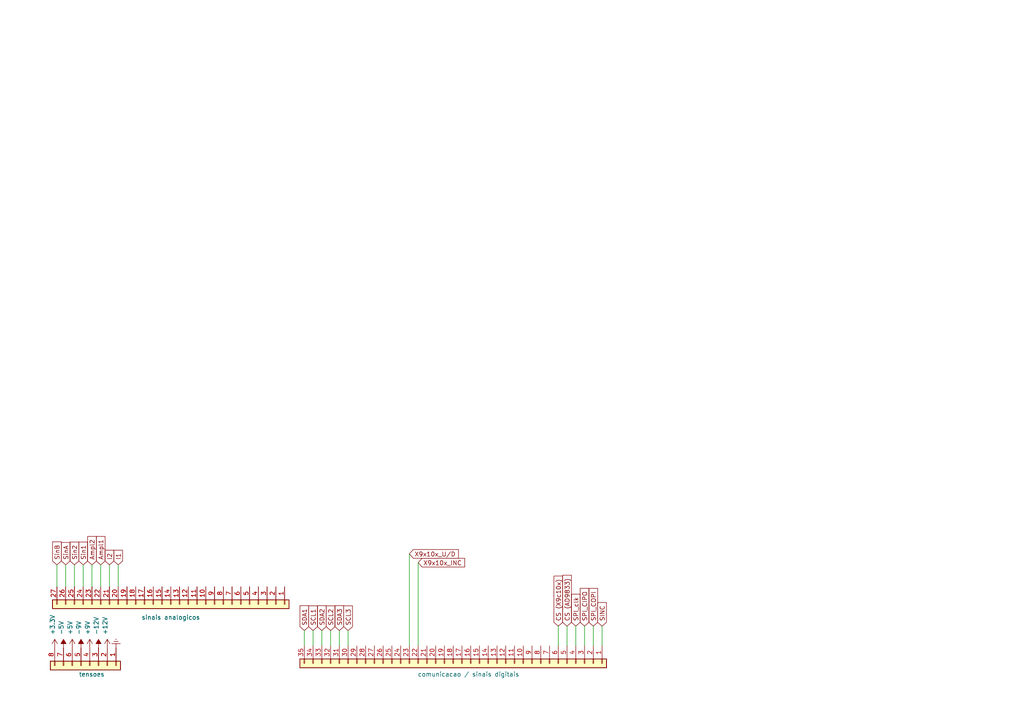
<source format=kicad_sch>
(kicad_sch (version 20230121) (generator eeschema)
  (paper "A4")
  (title_block (title "Barramento EITduino") (date "2023-04-11") (rev "v01") (company "EITduino") (comment 1 "Autor: Gustavo Pinheiro") (comment 2 "Barramento proposto para uma placa 90x100 mm") (comment 3 "placa de face simples"))
  (lib_symbols
    (symbol "Connector_Generic:Conn_01x08" (pin_names (offset 1.016) hide)
      (property "Reference" "J" (at 0 10.16 0))
      (property "Value" "Conn_01x08" (at 0 -12.7 0))
      (symbol "Conn_01x08_1_1"
        (rectangle (start -1.27 -10.033) (end 0 -10.287) (stroke (width 0.1524)))
        (rectangle (start -1.27 -7.493) (end 0 -7.747) (stroke (width 0.1524)))
        (rectangle (start -1.27 -4.953) (end 0 -5.207) (stroke (width 0.1524)))
        (rectangle (start -1.27 -2.413) (end 0 -2.667) (stroke (width 0.1524)))
        (rectangle (start -1.27 0.127) (end 0 -0.127) (stroke (width 0.1524)))
        (rectangle (start -1.27 2.667) (end 0 2.413) (stroke (width 0.1524)))
        (rectangle (start -1.27 5.207) (end 0 4.953) (stroke (width 0.1524)))
        (rectangle (start -1.27 7.747) (end 0 7.493) (stroke (width 0.1524)))
        (rectangle (start -1.27 8.89) (end 1.27 -11.43) (stroke (width 0.254)) (fill (type background)))
        (pin passive line (at -5.08 7.62 0) (length 3.81) (name "Pin_1") (number "1"))
        (pin passive line (at -5.08 5.08 0) (length 3.81) (name "Pin_2") (number "2"))
        (pin passive line (at -5.08 2.54 0) (length 3.81) (name "Pin_3") (number "3"))
        (pin passive line (at -5.08 0 0) (length 3.81) (name "Pin_4") (number "4"))
        (pin passive line (at -5.08 -2.54 0) (length 3.81) (name "Pin_5") (number "5"))
        (pin passive line (at -5.08 -5.08 0) (length 3.81) (name "Pin_6") (number "6"))
        (pin passive line (at -5.08 -7.62 0) (length 3.81) (name "Pin_7") (number "7"))
        (pin passive line (at -5.08 -10.16 0) (length 3.81) (name "Pin_8") (number "8"))
      )
    )
    (symbol "Connector_Generic:Conn_01x27" (pin_names (offset 1.016) hide)
      (property "Reference" "J" (at 0 35.56 0))
      (property "Value" "Conn_01x27" (at 0 -35.56 0))
      (symbol "Conn_01x27_1_1"
        (rectangle (start -1.27 -32.893) (end 0 -33.147) (stroke (width 0.1524)))
        (rectangle (start -1.27 -30.353) (end 0 -30.607) (stroke (width 0.1524)))
        (rectangle (start -1.27 -27.813) (end 0 -28.067) (stroke (width 0.1524)))
        (rectangle (start -1.27 -25.273) (end 0 -25.527) (stroke (width 0.1524)))
        (rectangle (start -1.27 -22.733) (end 0 -22.987) (stroke (width 0.1524)))
        (rectangle (start -1.27 -20.193) (end 0 -20.447) (stroke (width 0.1524)))
        (rectangle (start -1.27 -17.653) (end 0 -17.907) (stroke (width 0.1524)))
        (rectangle (start -1.27 -15.113) (end 0 -15.367) (stroke (width 0.1524)))
        (rectangle (start -1.27 -12.573) (end 0 -12.827) (stroke (width 0.1524)))
        (rectangle (start -1.27 -10.033) (end 0 -10.287) (stroke (width 0.1524)))
        (rectangle (start -1.27 -7.493) (end 0 -7.747) (stroke (width 0.1524)))
        (rectangle (start -1.27 -4.953) (end 0 -5.207) (stroke (width 0.1524)))
        (rectangle (start -1.27 -2.413) (end 0 -2.667) (stroke (width 0.1524)))
        (rectangle (start -1.27 0.127) (end 0 -0.127) (stroke (width 0.1524)))
        (rectangle (start -1.27 2.667) (end 0 2.413) (stroke (width 0.1524)))
        (rectangle (start -1.27 5.207) (end 0 4.953) (stroke (width 0.1524)))
        (rectangle (start -1.27 7.747) (end 0 7.493) (stroke (width 0.1524)))
        (rectangle (start -1.27 10.287) (end 0 10.033) (stroke (width 0.1524)))
        (rectangle (start -1.27 12.827) (end 0 12.573) (stroke (width 0.1524)))
        (rectangle (start -1.27 15.367) (end 0 15.113) (stroke (width 0.1524)))
        (rectangle (start -1.27 17.907) (end 0 17.653) (stroke (width 0.1524)))
        (rectangle (start -1.27 20.447) (end 0 20.193) (stroke (width 0.1524)))
        (rectangle (start -1.27 22.987) (end 0 22.733) (stroke (width 0.1524)))
        (rectangle (start -1.27 25.527) (end 0 25.273) (stroke (width 0.1524)))
        (rectangle (start -1.27 28.067) (end 0 27.813) (stroke (width 0.1524)))
        (rectangle (start -1.27 30.607) (end 0 30.353) (stroke (width 0.1524)))
        (rectangle (start -1.27 33.147) (end 0 32.893) (stroke (width 0.1524)))
        (rectangle (start -1.27 34.29) (end 1.27 -34.29) (stroke (width 0.254)) (fill (type background)))
        (pin passive line (at -5.08 33.02 0) (length 3.81) (name "Pin_1") (number "1"))
        (pin passive line (at -5.08 10.16 0) (length 3.81) (name "Pin_10") (number "10"))
        (pin passive line (at -5.08 7.62 0) (length 3.81) (name "Pin_11") (number "11"))
        (pin passive line (at -5.08 5.08 0) (length 3.81) (name "Pin_12") (number "12"))
        (pin passive line (at -5.08 2.54 0) (length 3.81) (name "Pin_13") (number "13"))
        (pin passive line (at -5.08 0 0) (length 3.81) (name "Pin_14") (number "14"))
        (pin passive line (at -5.08 -2.54 0) (length 3.81) (name "Pin_15") (number "15"))
        (pin passive line (at -5.08 -5.08 0) (length 3.81) (name "Pin_16") (number "16"))
        (pin passive line (at -5.08 -7.62 0) (length 3.81) (name "Pin_17") (number "17"))
        (pin passive line (at -5.08 -10.16 0) (length 3.81) (name "Pin_18") (number "18"))
        (pin passive line (at -5.08 -12.7 0) (length 3.81) (name "Pin_19") (number "19"))
        (pin passive line (at -5.08 30.48 0) (length 3.81) (name "Pin_2") (number "2"))
        (pin passive line (at -5.08 -15.24 0) (length 3.81) (name "Pin_20") (number "20"))
        (pin passive line (at -5.08 -17.78 0) (length 3.81) (name "Pin_21") (number "21"))
        (pin passive line (at -5.08 -20.32 0) (length 3.81) (name "Pin_22") (number "22"))
        (pin passive line (at -5.08 -22.86 0) (length 3.81) (name "Pin_23") (number "23"))
        (pin passive line (at -5.08 -25.4 0) (length 3.81) (name "Pin_24") (number "24"))
        (pin passive line (at -5.08 -27.94 0) (length 3.81) (name "Pin_25") (number "25"))
        (pin passive line (at -5.08 -30.48 0) (length 3.81) (name "Pin_26") (number "26"))
        (pin passive line (at -5.08 -33.02 0) (length 3.81) (name "Pin_27") (number "27"))
        (pin passive line (at -5.08 27.94 0) (length 3.81) (name "Pin_3") (number "3"))
        (pin passive line (at -5.08 25.4 0) (length 3.81) (name "Pin_4") (number "4"))
        (pin passive line (at -5.08 22.86 0) (length 3.81) (name "Pin_5") (number "5"))
        (pin passive line (at -5.08 20.32 0) (length 3.81) (name "Pin_6") (number "6"))
        (pin passive line (at -5.08 17.78 0) (length 3.81) (name "Pin_7") (number "7"))
        (pin passive line (at -5.08 15.24 0) (length 3.81) (name "Pin_8") (number "8"))
        (pin passive line (at -5.08 12.7 0) (length 3.81) (name "Pin_9") (number "9"))
      )
    )
    (symbol "Connector_Generic:Conn_01x35" (pin_names (offset 1.016) hide)
      (property "Reference" "J" (at 0 45.72 0))
      (property "Value" "Conn_01x35" (at 0 -45.72 0))
      (symbol "Conn_01x35_1_1"
        (rectangle (start -1.27 -43.053) (end 0 -43.307) (stroke (width 0.1524)))
        (rectangle (start -1.27 -40.513) (end 0 -40.767) (stroke (width 0.1524)))
        (rectangle (start -1.27 -37.973) (end 0 -38.227) (stroke (width 0.1524)))
        (rectangle (start -1.27 -35.433) (end 0 -35.687) (stroke (width 0.1524)))
        (rectangle (start -1.27 -32.893) (end 0 -33.147) (stroke (width 0.1524)))
        (rectangle (start -1.27 -30.353) (end 0 -30.607) (stroke (width 0.1524)))
        (rectangle (start -1.27 -27.813) (end 0 -28.067) (stroke (width 0.1524)))
        (rectangle (start -1.27 -25.273) (end 0 -25.527) (stroke (width 0.1524)))
        (rectangle (start -1.27 -22.733) (end 0 -22.987) (stroke (width 0.1524)))
        (rectangle (start -1.27 -20.193) (end 0 -20.447) (stroke (width 0.1524)))
        (rectangle (start -1.27 -17.653) (end 0 -17.907) (stroke (width 0.1524)))
        (rectangle (start -1.27 -15.113) (end 0 -15.367) (stroke (width 0.1524)))
        (rectangle (start -1.27 -12.573) (end 0 -12.827) (stroke (width 0.1524)))
        (rectangle (start -1.27 -10.033) (end 0 -10.287) (stroke (width 0.1524)))
        (rectangle (start -1.27 -7.493) (end 0 -7.747) (stroke (width 0.1524)))
        (rectangle (start -1.27 -4.953) (end 0 -5.207) (stroke (width 0.1524)))
        (rectangle (start -1.27 -2.413) (end 0 -2.667) (stroke (width 0.1524)))
        (rectangle (start -1.27 0.127) (end 0 -0.127) (stroke (width 0.1524)))
        (rectangle (start -1.27 2.667) (end 0 2.413) (stroke (width 0.1524)))
        (rectangle (start -1.27 5.207) (end 0 4.953) (stroke (width 0.1524)))
        (rectangle (start -1.27 7.747) (end 0 7.493) (stroke (width 0.1524)))
        (rectangle (start -1.27 10.287) (end 0 10.033) (stroke (width 0.1524)))
        (rectangle (start -1.27 12.827) (end 0 12.573) (stroke (width 0.1524)))
        (rectangle (start -1.27 15.367) (end 0 15.113) (stroke (width 0.1524)))
        (rectangle (start -1.27 17.907) (end 0 17.653) (stroke (width 0.1524)))
        (rectangle (start -1.27 20.447) (end 0 20.193) (stroke (width 0.1524)))
        (rectangle (start -1.27 22.987) (end 0 22.733) (stroke (width 0.1524)))
        (rectangle (start -1.27 25.527) (end 0 25.273) (stroke (width 0.1524)))
        (rectangle (start -1.27 28.067) (end 0 27.813) (stroke (width 0.1524)))
        (rectangle (start -1.27 30.607) (end 0 30.353) (stroke (width 0.1524)))
        (rectangle (start -1.27 33.147) (end 0 32.893) (stroke (width 0.1524)))
        (rectangle (start -1.27 35.687) (end 0 35.433) (stroke (width 0.1524)))
        (rectangle (start -1.27 38.227) (end 0 37.973) (stroke (width 0.1524)))
        (rectangle (start -1.27 40.767) (end 0 40.513) (stroke (width 0.1524)))
        (rectangle (start -1.27 43.307) (end 0 43.053) (stroke (width 0.1524)))
        (rectangle (start -1.27 44.45) (end 1.27 -44.45) (stroke (width 0.254)) (fill (type background)))
        (pin passive line (at -5.08 43.18 0) (length 3.81) (name "Pin_1") (number "1"))
        (pin passive line (at -5.08 20.32 0) (length 3.81) (name "Pin_10") (number "10"))
        (pin passive line (at -5.08 17.78 0) (length 3.81) (name "Pin_11") (number "11"))
        (pin passive line (at -5.08 15.24 0) (length 3.81) (name "Pin_12") (number "12"))
        (pin passive line (at -5.08 12.7 0) (length 3.81) (name "Pin_13") (number "13"))
        (pin passive line (at -5.08 10.16 0) (length 3.81) (name "Pin_14") (number "14"))
        (pin passive line (at -5.08 7.62 0) (length 3.81) (name "Pin_15") (number "15"))
        (pin passive line (at -5.08 5.08 0) (length 3.81) (name "Pin_16") (number "16"))
        (pin passive line (at -5.08 2.54 0) (length 3.81) (name "Pin_17") (number "17"))
        (pin passive line (at -5.08 0 0) (length 3.81) (name "Pin_18") (number "18"))
        (pin passive line (at -5.08 -2.54 0) (length 3.81) (name "Pin_19") (number "19"))
        (pin passive line (at -5.08 40.64 0) (length 3.81) (name "Pin_2") (number "2"))
        (pin passive line (at -5.08 -5.08 0) (length 3.81) (name "Pin_20") (number "20"))
        (pin passive line (at -5.08 -7.62 0) (length 3.81) (name "Pin_21") (number "21"))
        (pin passive line (at -5.08 -10.16 0) (length 3.81) (name "Pin_22") (number "22"))
        (pin passive line (at -5.08 -12.7 0) (length 3.81) (name "Pin_23") (number "23"))
        (pin passive line (at -5.08 -15.24 0) (length 3.81) (name "Pin_24") (number "24"))
        (pin passive line (at -5.08 -17.78 0) (length 3.81) (name "Pin_25") (number "25"))
        (pin passive line (at -5.08 -20.32 0) (length 3.81) (name "Pin_26") (number "26"))
        (pin passive line (at -5.08 -22.86 0) (length 3.81) (name "Pin_27") (number "27"))
        (pin passive line (at -5.08 -25.4 0) (length 3.81) (name "Pin_28") (number "28"))
        (pin passive line (at -5.08 -27.94 0) (length 3.81) (name "Pin_29") (number "29"))
        (pin passive line (at -5.08 38.1 0) (length 3.81) (name "Pin_3") (number "3"))
        (pin passive line (at -5.08 -30.48 0) (length 3.81) (name "Pin_30") (number "30"))
        (pin passive line (at -5.08 -33.02 0) (length 3.81) (name "Pin_31") (number "31"))
        (pin passive line (at -5.08 -35.56 0) (length 3.81) (name "Pin_32") (number "32"))
        (pin passive line (at -5.08 -38.1 0) (length 3.81) (name "Pin_33") (number "33"))
        (pin passive line (at -5.08 -40.64 0) (length 3.81) (name "Pin_34") (number "34"))
        (pin passive line (at -5.08 -43.18 0) (length 3.81) (name "Pin_35") (number "35"))
        (pin passive line (at -5.08 35.56 0) (length 3.81) (name "Pin_4") (number "4"))
        (pin passive line (at -5.08 33.02 0) (length 3.81) (name "Pin_5") (number "5"))
        (pin passive line (at -5.08 30.48 0) (length 3.81) (name "Pin_6") (number "6"))
        (pin passive line (at -5.08 27.94 0) (length 3.81) (name "Pin_7") (number "7"))
        (pin passive line (at -5.08 25.4 0) (length 3.81) (name "Pin_8") (number "8"))
        (pin passive line (at -5.08 22.86 0) (length 3.81) (name "Pin_9") (number "9"))
      )
    )
    (symbol "power:+12V" (power) (pin_names (offset 0))
      (property "Value" "+12V" (at 0 3.556 0))
      (symbol "+12V_0_1"
        (polyline (pts (xy -0.762 1.27) (xy 0 2.54)))
        (polyline (pts (xy 0 0) (xy 0 2.54)))
        (polyline (pts (xy 0 2.54) (xy 0.762 1.27)))
      )
      (symbol "+12V_1_1"
        (pin power_in line (at 0 0 90) (length 0) hide (name "+12V") (number "1"))
      )
    )
    (symbol "power:+3.3V" (power) (pin_names (offset 0))
      (property "Value" "+3.3V" (at 0 3.556 0))
      (symbol "+3.3V_0_1"
        (polyline (pts (xy -0.762 1.27) (xy 0 2.54)))
        (polyline (pts (xy 0 0) (xy 0 2.54)))
        (polyline (pts (xy 0 2.54) (xy 0.762 1.27)))
      )
      (symbol "+3.3V_1_1"
        (pin power_in line (at 0 0 90) (length 0) hide (name "+3.3V") (number "1"))
      )
    )
    (symbol "power:+5V" (power) (pin_names (offset 0))
      (property "Value" "+5V" (at 0 3.556 0))
      (symbol "+5V_0_1"
        (polyline (pts (xy -0.762 1.27) (xy 0 2.54)))
        (polyline (pts (xy 0 0) (xy 0 2.54)))
        (polyline (pts (xy 0 2.54) (xy 0.762 1.27)))
      )
      (symbol "+5V_1_1"
        (pin power_in line (at 0 0 90) (length 0) hide (name "+5V") (number "1"))
      )
    )
    (symbol "power:+9V" (power) (pin_names (offset 0))
      (property "Value" "+9V" (at 0 3.556 0))
      (symbol "+9V_0_1"
        (polyline (pts (xy -0.762 1.27) (xy 0 2.54)))
        (polyline (pts (xy 0 0) (xy 0 2.54)))
        (polyline (pts (xy 0 2.54) (xy 0.762 1.27)))
      )
      (symbol "+9V_1_1"
        (pin power_in line (at 0 0 90) (length 0) hide (name "+9V") (number "1"))
      )
    )
    (symbol "power:-12V" (power) (pin_names (offset 0))
      (property "Value" "-12V" (at 0 3.81 0))
      (symbol "-12V_0_0"
        (pin power_in line (at 0 0 90) (length 0) hide (name "-12V") (number "1"))
      )
      (symbol "-12V_0_1"
        (polyline (pts (xy 0 0) (xy 0 1.27) (xy 0.762 1.27) (xy 0 2.54) (xy -0.762 1.27) (xy 0 1.27)) (fill (type outline)))
      )
    )
    (symbol "power:-5V" (power) (pin_names (offset 0))
      (property "Value" "-5V" (at 0 3.81 0))
      (symbol "-5V_0_0"
        (pin power_in line (at 0 0 90) (length 0) hide (name "-5V") (number "1"))
      )
      (symbol "-5V_0_1"
        (polyline (pts (xy 0 0) (xy 0 1.27) (xy 0.762 1.27) (xy 0 2.54) (xy -0.762 1.27) (xy 0 1.27)) (fill (type outline)))
      )
    )
    (symbol "power:-9V" (power) (pin_names (offset 0))
      (property "Value" "-9V" (at 0 3.81 0))
      (symbol "-9V_0_1"
        (polyline (pts (xy 0 0) (xy 0 2.54)))
        (polyline (pts (xy 0.762 1.27) (xy -0.762 1.27) (xy 0 2.54) (xy 0.762 1.27)) (fill (type outline)))
      )
      (symbol "-9V_1_1"
        (pin power_in line (at 0 0 90) (length 0) hide (name "-9V") (number "1"))
      )
    )
    (symbol "power:Earth" (power) (pin_names (offset 0))
      (symbol "Earth_0_1"
        (polyline (pts (xy -0.635 -1.905) (xy 0.635 -1.905)))
        (polyline (pts (xy -0.127 -2.54) (xy 0.127 -2.54)))
        (polyline (pts (xy 0 -1.27) (xy 0 0)))
        (polyline (pts (xy 1.27 -1.27) (xy -1.27 -1.27)))
      )
      (symbol "Earth_1_1"
        (pin power_in line (at 0 0 270) (length 0) hide (name "Earth") (number "1"))
      )
    )
  )
  (wire (pts (xy 172.085 181.61) (xy 172.085 187.325)))
  (wire (pts (xy 19.05 163.83) (xy 19.05 170.18)))
  (wire (pts (xy 24.13 163.83) (xy 24.13 170.18)))
  (wire (pts (xy 93.345 182.88) (xy 93.345 187.325)))
  (wire (pts (xy 16.51 163.83) (xy 16.51 170.18)))
  (wire (pts (xy 90.805 182.88) (xy 90.805 187.325)))
  (wire (pts (xy 118.745 160.655) (xy 118.745 187.325)))
  (wire (pts (xy 100.965 182.88) (xy 100.965 187.325)))
  (wire (pts (xy 164.465 181.61) (xy 164.465 187.325)))
  (wire (pts (xy 88.265 182.88) (xy 88.265 187.325)))
  (wire (pts (xy 121.285 163.195) (xy 121.285 187.325)))
  (wire (pts (xy 29.21 163.83) (xy 29.21 170.18)))
  (wire (pts (xy 31.75 163.83) (xy 31.75 170.18)))
  (wire (pts (xy 161.925 181.61) (xy 161.925 187.325)))
  (wire (pts (xy 167.005 181.61) (xy 167.005 187.325)))
  (wire (pts (xy 95.885 182.88) (xy 95.885 187.325)))
  (wire (pts (xy 21.59 163.83) (xy 21.59 170.18)))
  (wire (pts (xy 174.625 181.61) (xy 174.625 187.325)))
  (wire (pts (xy 169.545 181.61) (xy 169.545 187.325)))
  (wire (pts (xy 98.425 182.88) (xy 98.425 187.325)))
  (wire (pts (xy 34.29 163.83) (xy 34.29 170.18)))
  (wire (pts (xy 26.67 163.83) (xy 26.67 170.18)))
  (global_label "SCL2" (shape input) (at 95.885 182.88 90) (property "Intersheetrefs" "${INTERSHEET_REFS}" (effects hide)))
  (global_label "SPI_CIPO" (shape input) (at 169.545 181.61 90) (property "Intersheetrefs" "${INTERSHEET_REFS}" (effects hide)))
  (global_label "SPI_COPI" (shape input) (at 172.085 181.61 90) (property "Intersheetrefs" "${INTERSHEET_REFS}" (effects hide)))
  (global_label "Ampl1" (shape input) (at 29.21 163.83 90) (property "Intersheetrefs" "${INTERSHEET_REFS}" (effects hide)))
  (global_label "SDA1" (shape input) (at 88.265 182.88 90) (property "Intersheetrefs" "${INTERSHEET_REFS}" (effects hide)))
  (global_label "Ampl2" (shape input) (at 26.67 163.83 90) (property "Intersheetrefs" "${INTERSHEET_REFS}" (effects hide)))
  (global_label "Sin1" (shape input) (at 24.13 163.83 90) (property "Intersheetrefs" "${INTERSHEET_REFS}" (effects hide)))
  (global_label "Sin2" (shape input) (at 21.59 163.83 90) (property "Intersheetrefs" "${INTERSHEET_REFS}" (effects hide)))
  (global_label "I2" (shape input) (at 31.75 163.83 90) (property "Intersheetrefs" "${INTERSHEET_REFS}" (effects hide)))
  (global_label "SDA3" (shape input) (at 98.425 182.88 90) (property "Intersheetrefs" "${INTERSHEET_REFS}" (effects hide)))
  (global_label "I1" (shape input) (at 34.29 163.83 90) (property "Intersheetrefs" "${INTERSHEET_REFS}" (effects hide)))
  (global_label "X9x10x_INC" (shape input) (at 121.285 163.195 0) (property "Intersheetrefs" "${INTERSHEET_REFS}" (effects hide)))
  (global_label "CS (X9c10x)" (shape input) (at 161.925 181.61 90) (property "Intersheetrefs" "${INTERSHEET_REFS}" (effects hide)))
  (global_label "SCL1" (shape input) (at 90.805 182.88 90) (property "Intersheetrefs" "${INTERSHEET_REFS}" (effects hide)))
  (global_label "SINC" (shape input) (at 174.625 181.61 90) (property "Intersheetrefs" "${INTERSHEET_REFS}" (effects hide)))
  (global_label "SCL3" (shape input) (at 100.965 182.88 90) (property "Intersheetrefs" "${INTERSHEET_REFS}" (effects hide)))
  (global_label "CS (AD9833)" (shape input) (at 164.465 181.61 90) (property "Intersheetrefs" "${INTERSHEET_REFS}" (effects hide)))
  (global_label "SinB" (shape input) (at 16.51 163.83 90) (property "Intersheetrefs" "${INTERSHEET_REFS}" (effects hide)))
  (global_label "SinA" (shape input) (at 19.05 163.83 90) (property "Intersheetrefs" "${INTERSHEET_REFS}" (effects hide)))
  (global_label "SDA2" (shape input) (at 93.345 182.88 90) (property "Intersheetrefs" "${INTERSHEET_REFS}" (effects hide)))
  (global_label "X9x10x_U{slash}D" (shape input) (at 118.745 160.655 0) (property "Intersheetrefs" "${INTERSHEET_REFS}" (effects hide)))
  (global_label "SPI_clk" (shape input) (at 167.005 181.61 90) (property "Intersheetrefs" "${INTERSHEET_REFS}" (effects hide)))
  (symbol (lib_id "power:+3.3V") (at 15.875 187.96 0) (unit 1)
    (property "Reference" "#PWR041" (effects hide))
    (property "Value" "+3.3V" (at 15.24 184.15 90) (effects (justify left)))
  )
  (symbol (lib_id "Connector_Generic:Conn_01x27") (at 49.53 175.26 270) (unit 1)
    (property "Reference" "J3" (effects hide))
    (property "Value" "sinais analogicos" (at 49.53 179.07 90))
    (property "Footprint" "Connector_PinHeader_2.54mm:PinHeader_1x27_P2.54mm_Vertical" (effects hide))
  )
  (symbol (lib_id "Connector_Generic:Conn_01x08") (at 26.035 193.04 270) (unit 1)
    (property "Reference" "J2" (effects hide))
    (property "Value" "tensoes" (at 22.86 195.58 90) (effects (justify left)))
    (property "Footprint" "Connector_PinHeader_2.54mm:PinHeader_1x08_P2.54mm_Vertical" (effects hide))
  )
  (symbol (lib_id "power:-5V") (at 18.415 187.96 0) (unit 1)
    (property "Reference" "#PWR040" (effects hide))
    (property "Value" "-5V" (at 17.78 184.15 90) (effects (justify left)))
  )
  (symbol (lib_id "power:-9V") (at 23.495 187.96 0) (unit 1)
    (property "Reference" "#PWR038" (effects hide))
    (property "Value" "-9V" (at 22.86 184.15 90) (effects (justify left)))
  )
  (symbol (lib_id "power:Earth") (at 33.655 187.96 180) (unit 1)
    (property "Reference" "#PWR034" (effects hide))
    (property "Value" "Earth" (effects hide))
  )
  (symbol (lib_id "power:+5V") (at 20.955 187.96 0) (unit 1)
    (property "Reference" "#PWR039" (effects hide))
    (property "Value" "+5V" (at 20.32 184.15 90) (effects (justify left)))
  )
  (symbol (lib_id "Connector_Generic:Conn_01x35") (at 131.445 192.405 270) (unit 1)
    (property "Reference" "J4" (effects hide))
    (property "Value" "comunicacao / sinais digitais" (at 135.89 195.58 90))
    (property "Footprint" "Connector_PinHeader_2.54mm:PinHeader_1x35_P2.54mm_Vertical" (effects hide))
  )
  (symbol (lib_id "power:+12V") (at 31.115 187.96 0) (unit 1)
    (property "Reference" "#PWR035" (effects hide))
    (property "Value" "+12V" (at 30.48 184.15 90) (effects (justify left)))
  )
  (symbol (lib_id "power:+9V") (at 26.035 187.96 0) (unit 1)
    (property "Reference" "#PWR037" (effects hide))
    (property "Value" "+9V" (at 25.4 184.15 90) (effects (justify left)))
  )
  (symbol (lib_id "power:-12V") (at 28.575 187.96 0) (unit 1)
    (property "Reference" "#PWR036" (effects hide))
    (property "Value" "-12V" (at 27.94 184.15 90) (effects (justify left)))
  )
)
</source>
